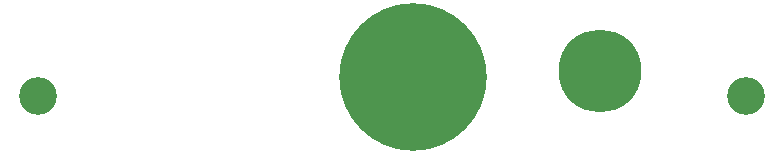
<source format=gbr>
%TF.GenerationSoftware,KiCad,Pcbnew,7.0.5*%
%TF.CreationDate,2023-07-30T14:01:54+02:00*%
%TF.ProjectId,Teensy_TNC_Fronten_back,5465656e-7379-45f5-944e-435f46726f6e,rev?*%
%TF.SameCoordinates,Original*%
%TF.FileFunction,Soldermask,Top*%
%TF.FilePolarity,Negative*%
%FSLAX46Y46*%
G04 Gerber Fmt 4.6, Leading zero omitted, Abs format (unit mm)*
G04 Created by KiCad (PCBNEW 7.0.5) date 2023-07-30 14:01:54*
%MOMM*%
%LPD*%
G01*
G04 APERTURE LIST*
%ADD10C,7.000000*%
%ADD11C,12.500000*%
%ADD12C,3.200000*%
G04 APERTURE END LIST*
D10*
%TO.C,REF\u002A\u002A*%
X52400000Y12120000D03*
%TD*%
D11*
%TO.C,REF\u002A\u002A*%
X36500000Y11610000D03*
%TD*%
D12*
%TO.C,REF\u002A\u002A*%
X64750000Y10000000D03*
%TD*%
%TO.C,REF\u002A\u002A*%
X4750000Y10000000D03*
%TD*%
M02*

</source>
